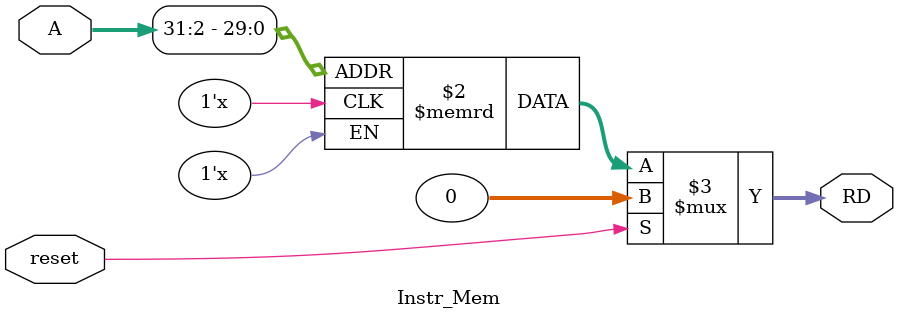
<source format=v>
module Instr_Mem(A, RD, reset);
	//input-output declaration
	input [31:0] A;
	input reset;
	output [31:0] RD;
	
	//memory declaration
	reg [31:0] Mem [1023:0]; //1024 registers, each of size 32 bits
	
	//assign keyword used for wire data types for continuous assignement in combinational circuit; inherently non-blocking; blocking/non- blocking in sequential
	assign RD = (!reset) ? Mem[A[31:2]] : 32'h00000000;
	
endmodule

</source>
